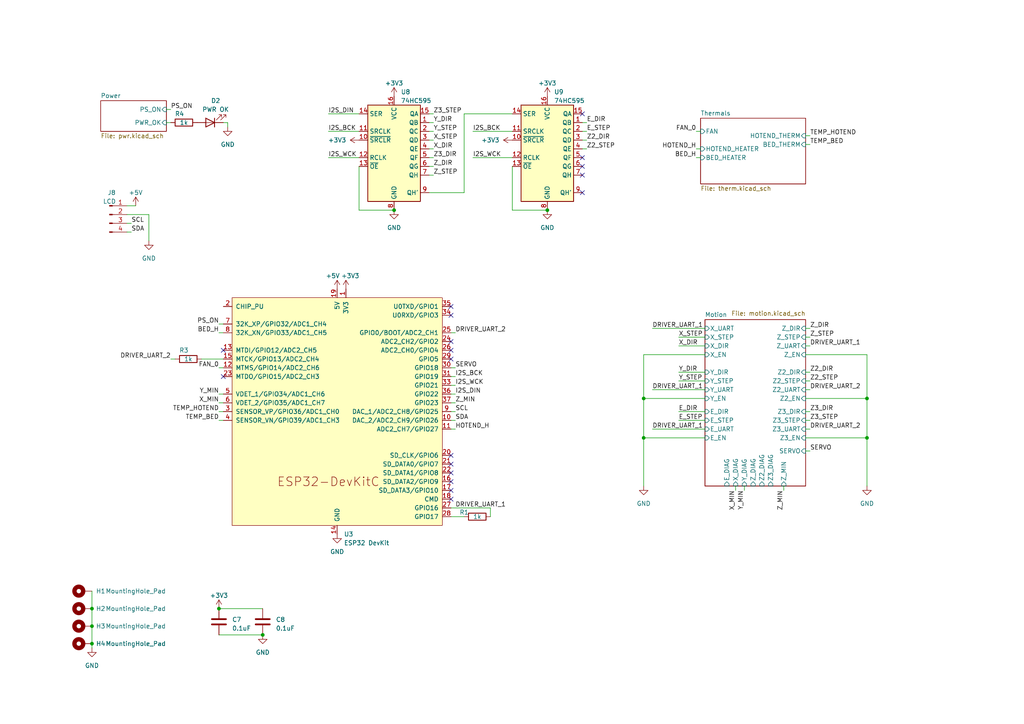
<source format=kicad_sch>
(kicad_sch (version 20230409) (generator eeschema)
  (paper "A4")
  (title_block (title "Chess Bot Printer Controller (ChessPrinter)") (rev "v0.1") (company "EIG - NUS High") (comment 1 "By Vincent Kwok"))
  (lib_symbols
    (symbol "74xx:74HC595"
      (property "Reference" "U" (at -7.62 13.97 0))
      (property "Value" "74HC595" (at -7.62 -16.51 0))
      (symbol "74HC595_1_0"
        (pin tri_state line (at 10.16 7.62 180) (length 2.54) (name "QB") (number "1"))
        (pin input line (at -10.16 2.54 0) (length 2.54) (name "~{SRCLR}") (number "10"))
        (pin input line (at -10.16 5.08 0) (length 2.54) (name "SRCLK") (number "11"))
        (pin input line (at -10.16 -2.54 0) (length 2.54) (name "RCLK") (number "12"))
        (pin input line (at -10.16 -5.08 0) (length 2.54) (name "~{OE}") (number "13"))
        (pin input line (at -10.16 10.16 0) (length 2.54) (name "SER") (number "14"))
        (pin tri_state line (at 10.16 10.16 180) (length 2.54) (name "QA") (number "15"))
        (pin power_in line (at 0 15.24 270) (length 2.54) (name "VCC") (number "16"))
        (pin tri_state line (at 10.16 5.08 180) (length 2.54) (name "QC") (number "2"))
        (pin tri_state line (at 10.16 2.54 180) (length 2.54) (name "QD") (number "3"))
        (pin tri_state line (at 10.16 0 180) (length 2.54) (name "QE") (number "4"))
        (pin tri_state line (at 10.16 -2.54 180) (length 2.54) (name "QF") (number "5"))
        (pin tri_state line (at 10.16 -5.08 180) (length 2.54) (name "QG") (number "6"))
        (pin tri_state line (at 10.16 -7.62 180) (length 2.54) (name "QH") (number "7"))
        (pin power_in line (at 0 -17.78 90) (length 2.54) (name "GND") (number "8"))
        (pin output line (at 10.16 -12.7 180) (length 2.54) (name "QH'") (number "9"))
      )
      (symbol "74HC595_1_1"
        (rectangle (start -7.62 12.7) (end 7.62 -15.24) (stroke (width 0.254)) (fill (type background)))
      )
    )
    (symbol "Connector:Conn_01x04_Pin" (pin_names (offset 1.016) hide)
      (property "Reference" "J" (at 0 5.08 0))
      (property "Value" "Conn_01x04_Pin" (at 0 -7.62 0))
      (symbol "Conn_01x04_Pin_1_1"
        (polyline (pts (xy 1.27 -5.08) (xy 0.8636 -5.08)) (stroke (width 0.1524)))
        (polyline (pts (xy 1.27 -2.54) (xy 0.8636 -2.54)) (stroke (width 0.1524)))
        (polyline (pts (xy 1.27 0) (xy 0.8636 0)) (stroke (width 0.1524)))
        (polyline (pts (xy 1.27 2.54) (xy 0.8636 2.54)) (stroke (width 0.1524)))
        (rectangle (start 0.8636 -4.953) (end 0 -5.207) (stroke (width 0.1524)) (fill (type outline)))
        (rectangle (start 0.8636 -2.413) (end 0 -2.667) (stroke (width 0.1524)) (fill (type outline)))
        (rectangle (start 0.8636 0.127) (end 0 -0.127) (stroke (width 0.1524)) (fill (type outline)))
        (rectangle (start 0.8636 2.667) (end 0 2.413) (stroke (width 0.1524)) (fill (type outline)))
        (pin passive line (at 5.08 2.54 180) (length 3.81) (name "Pin_1") (number "1"))
        (pin passive line (at 5.08 0 180) (length 3.81) (name "Pin_2") (number "2"))
        (pin passive line (at 5.08 -2.54 180) (length 3.81) (name "Pin_3") (number "3"))
        (pin passive line (at 5.08 -5.08 180) (length 3.81) (name "Pin_4") (number "4"))
      )
    )
    (symbol "Device:C" (pin_numbers hide) (pin_names (offset 0.254))
      (property "Reference" "C" (at 0.635 2.54 0))
      (property "Value" "C" (at 0.635 -2.54 0))
      (symbol "C_0_1"
        (polyline (pts (xy -2.032 -0.762) (xy 2.032 -0.762)) (stroke (width 0.508)))
        (polyline (pts (xy -2.032 0.762) (xy 2.032 0.762)) (stroke (width 0.508)))
      )
      (symbol "C_1_1"
        (pin passive line (at 0 3.81 270) (length 2.794) (name "~") (number "1"))
        (pin passive line (at 0 -3.81 90) (length 2.794) (name "~") (number "2"))
      )
    )
    (symbol "Device:LED" (pin_numbers hide) (pin_names (offset 1.016) hide)
      (property "Reference" "D" (at 0 2.54 0))
      (property "Value" "LED" (at 0 -2.54 0))
      (symbol "LED_0_1"
        (polyline (pts (xy -1.27 -1.27) (xy -1.27 1.27)) (stroke (width 0.254)))
        (polyline (pts (xy -1.27 0) (xy 1.27 0)))
        (polyline (pts (xy 1.27 -1.27) (xy 1.27 1.27) (xy -1.27 0) (xy 1.27 -1.27)) (stroke (width 0.254)))
        (polyline (pts (xy -3.048 -0.762) (xy -4.572 -2.286) (xy -3.81 -2.286) (xy -4.572 -2.286) (xy -4.572 -1.524)))
        (polyline (pts (xy -1.778 -0.762) (xy -3.302 -2.286) (xy -2.54 -2.286) (xy -3.302 -2.286) (xy -3.302 -1.524)))
      )
      (symbol "LED_1_1"
        (pin passive line (at -3.81 0 0) (length 2.54) (name "K") (number "1"))
        (pin passive line (at 3.81 0 180) (length 2.54) (name "A") (number "2"))
      )
    )
    (symbol "Device:R" (pin_numbers hide) (pin_names (offset 0))
      (property "Reference" "R" (at 2.032 0 90))
      (property "Value" "R" (at 0 0 90))
      (symbol "R_0_1"
        (rectangle (start -1.016 -2.54) (end 1.016 2.54) (stroke (width 0.254)))
      )
      (symbol "R_1_1"
        (pin passive line (at 0 3.81 270) (length 1.27) (name "~") (number "1"))
        (pin passive line (at 0 -3.81 90) (length 1.27) (name "~") (number "2"))
      )
    )
    (symbol "Espressif:ESP32-DevKitC" (pin_names (offset 1.016))
      (property "Reference" "U" (at -30.48 38.1 0))
      (property "Value" "ESP32-DevKitC" (at -30.48 35.56 0))
      (symbol "ESP32-DevKitC_0_0"
        (text "ESP32-DevKitC" (at -2.54 -20.32 0) (effects (font (size 2.54 2.54))))
        (pin power_in line (at 0 -35.56 90) (length 2.54) (name "GND") (number "14"))
        (pin power_in line (at 0 35.56 270) (length 2.54) (name "5V") (number "19"))
      )
      (symbol "ESP32-DevKitC_0_1"
        (rectangle (start -30.48 33.02) (end 30.48 -33.02) (fill (type background)))
      )
      (symbol "ESP32-DevKitC_1_1"
        (pin power_in line (at 2.54 35.56 270) (length 2.54) (name "3V3") (number "1"))
        (pin bidirectional line (at 33.02 -2.54 180) (length 2.54) (name "DAC_2/ADC2_CH9/GPIO26") (number "10"))
        (pin bidirectional line (at 33.02 -5.08 180) (length 2.54) (name "ADC2_CH7/GPIO27") (number "11"))
        (pin bidirectional line (at -33.02 12.7 0) (length 2.54) (name "MTMS/GPIO14/ADC2_CH6") (number "12"))
        (pin bidirectional line (at -33.02 17.78 0) (length 2.54) (name "MTDI/GPIO12/ADC2_CH5") (number "13"))
        (pin bidirectional line (at -33.02 15.24 0) (length 2.54) (name "MTCK/GPIO13/ADC2_CH4") (number "15"))
        (pin bidirectional line (at 33.02 -20.32 180) (length 2.54) (name "SD_DATA2/GPIO9") (number "16"))
        (pin bidirectional line (at 33.02 -22.86 180) (length 2.54) (name "SD_DATA3/GPIO10") (number "17"))
        (pin bidirectional line (at 33.02 -25.4 180) (length 2.54) (name "CMD") (number "18"))
        (pin input line (at -33.02 30.48 0) (length 2.54) (name "CHIP_PU") (number "2"))
        (pin bidirectional line (at 33.02 -12.7 180) (length 2.54) (name "SD_CLK/GPIO6") (number "20"))
        (pin bidirectional line (at 33.02 -15.24 180) (length 2.54) (name "SD_DATA0/GPIO7") (number "21"))
        (pin bidirectional line (at 33.02 -17.78 180) (length 2.54) (name "SD_DATA1/GPIO8") (number "22"))
        (pin bidirectional line (at -33.02 10.16 0) (length 2.54) (name "MTDO/GPIO15/ADC2_CH3") (number "23"))
        (pin bidirectional line (at 33.02 20.32 180) (length 2.54) (name "ADC2_CH2/GPIO2") (number "24"))
        (pin bidirectional line (at 33.02 22.86 180) (length 2.54) (name "GPIO0/BOOT/ADC2_CH1") (number "25"))
        (pin bidirectional line (at 33.02 17.78 180) (length 2.54) (name "ADC2_CH0/GPIO4") (number "26"))
        (pin bidirectional line (at 33.02 -27.94 180) (length 2.54) (name "GPIO16") (number "27"))
        (pin bidirectional line (at 33.02 -30.48 180) (length 2.54) (name "GPIO17") (number "28"))
        (pin bidirectional line (at 33.02 15.24 180) (length 2.54) (name "GPIO5") (number "29"))
        (pin input line (at -33.02 0 0) (length 2.54) (name "SENSOR_VP/GPIO36/ADC1_CH0") (number "3"))
        (pin bidirectional line (at 33.02 12.7 180) (length 2.54) (name "GPIO18") (number "30"))
        (pin bidirectional line (at 33.02 10.16 180) (length 2.54) (name "GPIO19") (number "31"))
        (pin passive line (at 0 -35.56 90) (length 2.54) hide (name "GND") (number "32"))
        (pin bidirectional line (at 33.02 7.62 180) (length 2.54) (name "GPIO21") (number "33"))
        (pin bidirectional line (at 33.02 27.94 180) (length 2.54) (name "U0RXD/GPIO3") (number "34"))
        (pin bidirectional line (at 33.02 30.48 180) (length 2.54) (name "U0TXD/GPIO1") (number "35"))
        (pin bidirectional line (at 33.02 5.08 180) (length 2.54) (name "GPIO22") (number "36"))
        (pin bidirectional line (at 33.02 2.54 180) (length 2.54) (name "GPIO23") (number "37"))
        (pin passive line (at 0 -35.56 90) (length 2.54) hide (name "GND") (number "38"))
        (pin input line (at -33.02 -2.54 0) (length 2.54) (name "SENSOR_VN/GPIO39/ADC1_CH3") (number "4"))
        (pin input line (at -33.02 5.08 0) (length 2.54) (name "VDET_1/GPIO34/ADC1_CH6") (number "5"))
        (pin input line (at -33.02 2.54 0) (length 2.54) (name "VDET_2/GPIO35/ADC1_CH7") (number "6"))
        (pin bidirectional line (at -33.02 25.4 0) (length 2.54) (name "32K_XP/GPIO32/ADC1_CH4") (number "7"))
        (pin bidirectional line (at -33.02 22.86 0) (length 2.54) (name "32K_XN/GPIO33/ADC1_CH5") (number "8"))
        (pin bidirectional line (at 33.02 0 180) (length 2.54) (name "DAC_1/ADC2_CH8/GPIO25") (number "9"))
      )
    )
    (symbol "Mechanical:MountingHole_Pad" (pin_numbers hide) (pin_names (offset 1.016) hide)
      (property "Reference" "H" (at 0 6.35 0))
      (property "Value" "MountingHole_Pad" (at 0 4.445 0))
      (symbol "MountingHole_Pad_0_1"
        (circle (center 0 1.27) (radius 1.27) (stroke (width 1.27)))
      )
      (symbol "MountingHole_Pad_1_1"
        (pin input line (at 0 -2.54 90) (length 2.54) (name "1") (number "1"))
      )
    )
    (symbol "power:+3V3" (power) (pin_names (offset 0))
      (property "Value" "+3V3" (at 0 3.556 0))
      (symbol "+3V3_0_1"
        (polyline (pts (xy -0.762 1.27) (xy 0 2.54)))
        (polyline (pts (xy 0 0) (xy 0 2.54)))
        (polyline (pts (xy 0 2.54) (xy 0.762 1.27)))
      )
      (symbol "+3V3_1_1"
        (pin power_in line (at 0 0 90) (length 0) hide (name "+3V3") (number "1"))
      )
    )
    (symbol "power:+5V" (power) (pin_names (offset 0))
      (property "Value" "+5V" (at 0 3.556 0))
      (symbol "+5V_0_1"
        (polyline (pts (xy -0.762 1.27) (xy 0 2.54)))
        (polyline (pts (xy 0 0) (xy 0 2.54)))
        (polyline (pts (xy 0 2.54) (xy 0.762 1.27)))
      )
      (symbol "+5V_1_1"
        (pin power_in line (at 0 0 90) (length 0) hide (name "+5V") (number "1"))
      )
    )
    (symbol "power:GND" (power) (pin_names (offset 0))
      (property "Value" "GND" (at 0 -3.81 0))
      (symbol "GND_0_1"
        (polyline (pts (xy 0 0) (xy 0 -1.27) (xy 1.27 -1.27) (xy 0 -2.54) (xy -1.27 -1.27) (xy 0 -1.27)))
      )
      (symbol "GND_1_1"
        (pin power_in line (at 0 0 270) (length 0) hide (name "GND") (number "1"))
      )
    )
  )
  (junction (at 251.46 115.57))
  (junction (at 186.69 127))
  (junction (at 26.67 181.61))
  (junction (at 63.5 176.53))
  (junction (at 26.67 186.69))
  (junction (at 251.46 127))
  (junction (at 76.2 184.15))
  (junction (at 26.67 176.53))
  (junction (at 114.3 60.96))
  (junction (at 158.75 60.96))
  (junction (at 186.69 115.57))
  (no_connect (at 130.81 142.24))
  (no_connect (at 130.81 137.16))
  (no_connect (at 130.81 88.9))
  (no_connect (at 130.81 132.08))
  (no_connect (at 168.91 50.8))
  (no_connect (at 130.81 101.6))
  (no_connect (at 130.81 104.14))
  (no_connect (at 64.77 101.6))
  (no_connect (at 130.81 99.06))
  (no_connect (at 130.81 134.62))
  (no_connect (at 168.91 55.88))
  (no_connect (at 130.81 139.7))
  (no_connect (at 130.81 91.44))
  (no_connect (at 168.91 33.02))
  (no_connect (at 64.77 109.22))
  (no_connect (at 168.91 45.72))
  (no_connect (at 168.91 48.26))
  (no_connect (at 130.81 144.78))
  (wire (pts (xy 170.18 43.18) (xy 168.91 43.18)))
  (wire (pts (xy 39.37 59.69) (xy 36.83 59.69)))
  (wire (pts (xy 196.85 121.92) (xy 204.47 121.92)))
  (wire (pts (xy 134.62 33.02) (xy 134.62 55.88)))
  (wire (pts (xy 186.69 127) (xy 204.47 127)))
  (wire (pts (xy 215.9 140.97) (xy 215.9 142.24)))
  (wire (pts (xy 130.81 116.84) (xy 132.08 116.84)))
  (wire (pts (xy 26.67 171.45) (xy 26.67 176.53)))
  (wire (pts (xy 63.5 106.68) (xy 64.77 106.68)))
  (wire (pts (xy 201.93 45.72) (xy 203.2 45.72)))
  (wire (pts (xy 132.08 109.22) (xy 130.81 109.22)))
  (wire (pts (xy 204.47 113.03) (xy 189.23 113.03)))
  (wire (pts (xy 63.5 176.53) (xy 76.2 176.53)))
  (wire (pts (xy 26.67 176.53) (xy 26.67 181.61)))
  (wire (pts (xy 196.85 107.95) (xy 204.47 107.95)))
  (wire (pts (xy 66.04 35.56) (xy 66.04 36.83)))
  (wire (pts (xy 43.18 69.85) (xy 43.18 62.23)))
  (wire (pts (xy 134.62 33.02) (xy 148.59 33.02)))
  (wire (pts (xy 130.81 147.32) (xy 142.24 147.32)))
  (wire (pts (xy 125.73 33.02) (xy 124.46 33.02)))
  (wire (pts (xy 233.68 41.91) (xy 234.95 41.91)))
  (wire (pts (xy 204.47 119.38) (xy 196.85 119.38)))
  (wire (pts (xy 170.18 40.64) (xy 168.91 40.64)))
  (wire (pts (xy 48.26 31.75) (xy 49.53 31.75)))
  (wire (pts (xy 233.68 100.33) (xy 234.95 100.33)))
  (wire (pts (xy 189.23 95.25) (xy 204.47 95.25)))
  (wire (pts (xy 104.14 60.96) (xy 104.14 48.26)))
  (wire (pts (xy 63.5 184.15) (xy 76.2 184.15)))
  (wire (pts (xy 63.5 96.52) (xy 64.77 96.52)))
  (wire (pts (xy 186.69 115.57) (xy 204.47 115.57)))
  (wire (pts (xy 132.08 96.52) (xy 130.81 96.52)))
  (wire (pts (xy 63.5 119.38) (xy 64.77 119.38)))
  (wire (pts (xy 132.08 124.46) (xy 130.81 124.46)))
  (wire (pts (xy 95.25 38.1) (xy 104.14 38.1)))
  (wire (pts (xy 95.25 45.72) (xy 104.14 45.72)))
  (wire (pts (xy 38.1 64.77) (xy 36.83 64.77)))
  (wire (pts (xy 95.25 33.02) (xy 104.14 33.02)))
  (wire (pts (xy 49.53 104.14) (xy 50.8 104.14)))
  (wire (pts (xy 137.16 38.1) (xy 148.59 38.1)))
  (wire (pts (xy 233.68 95.25) (xy 234.95 95.25)))
  (wire (pts (xy 132.08 106.68) (xy 130.81 106.68)))
  (wire (pts (xy 63.5 116.84) (xy 64.77 116.84)))
  (wire (pts (xy 26.67 181.61) (xy 26.67 186.69)))
  (wire (pts (xy 134.62 149.86) (xy 130.81 149.86)))
  (wire (pts (xy 196.85 100.33) (xy 204.47 100.33)))
  (wire (pts (xy 148.59 48.26) (xy 148.59 60.96)))
  (wire (pts (xy 186.69 127) (xy 186.69 140.97)))
  (wire (pts (xy 233.68 119.38) (xy 234.95 119.38)))
  (wire (pts (xy 48.26 35.56) (xy 49.53 35.56)))
  (wire (pts (xy 233.68 130.81) (xy 234.95 130.81)))
  (wire (pts (xy 137.16 45.72) (xy 148.59 45.72)))
  (wire (pts (xy 132.08 119.38) (xy 130.81 119.38)))
  (wire (pts (xy 189.23 124.46) (xy 204.47 124.46)))
  (wire (pts (xy 142.24 147.32) (xy 142.24 149.86)))
  (wire (pts (xy 148.59 60.96) (xy 158.75 60.96)))
  (wire (pts (xy 66.04 35.56) (xy 64.77 35.56)))
  (wire (pts (xy 132.08 114.3) (xy 130.81 114.3)))
  (wire (pts (xy 196.85 110.49) (xy 204.47 110.49)))
  (wire (pts (xy 170.18 38.1) (xy 168.91 38.1)))
  (wire (pts (xy 125.73 35.56) (xy 124.46 35.56)))
  (wire (pts (xy 233.68 102.87) (xy 251.46 102.87)))
  (wire (pts (xy 63.5 114.3) (xy 64.77 114.3)))
  (wire (pts (xy 43.18 62.23) (xy 36.83 62.23)))
  (wire (pts (xy 132.08 121.92) (xy 130.81 121.92)))
  (wire (pts (xy 134.62 55.88) (xy 124.46 55.88)))
  (wire (pts (xy 38.1 67.31) (xy 36.83 67.31)))
  (wire (pts (xy 227.33 140.97) (xy 227.33 142.24)))
  (wire (pts (xy 125.73 50.8) (xy 124.46 50.8)))
  (wire (pts (xy 233.68 124.46) (xy 234.95 124.46)))
  (wire (pts (xy 196.85 97.79) (xy 204.47 97.79)))
  (wire (pts (xy 125.73 45.72) (xy 124.46 45.72)))
  (wire (pts (xy 104.14 60.96) (xy 114.3 60.96)))
  (wire (pts (xy 233.68 39.37) (xy 234.95 39.37)))
  (wire (pts (xy 201.93 38.1) (xy 203.2 38.1)))
  (wire (pts (xy 186.69 115.57) (xy 186.69 127)))
  (wire (pts (xy 233.68 127) (xy 251.46 127)))
  (wire (pts (xy 233.68 115.57) (xy 251.46 115.57)))
  (wire (pts (xy 170.18 35.56) (xy 168.91 35.56)))
  (wire (pts (xy 186.69 102.87) (xy 186.69 115.57)))
  (wire (pts (xy 125.73 38.1) (xy 124.46 38.1)))
  (wire (pts (xy 233.68 107.95) (xy 234.95 107.95)))
  (wire (pts (xy 125.73 48.26) (xy 124.46 48.26)))
  (wire (pts (xy 233.68 121.92) (xy 234.95 121.92)))
  (wire (pts (xy 201.93 43.18) (xy 203.2 43.18)))
  (wire (pts (xy 204.47 102.87) (xy 186.69 102.87)))
  (wire (pts (xy 251.46 102.87) (xy 251.46 115.57)))
  (wire (pts (xy 26.67 187.96) (xy 26.67 186.69)))
  (wire (pts (xy 58.42 104.14) (xy 64.77 104.14)))
  (wire (pts (xy 251.46 127) (xy 251.46 140.97)))
  (wire (pts (xy 251.46 115.57) (xy 251.46 127)))
  (wire (pts (xy 233.68 110.49) (xy 234.95 110.49)))
  (wire (pts (xy 63.5 121.92) (xy 64.77 121.92)))
  (wire (pts (xy 125.73 43.18) (xy 124.46 43.18)))
  (wire (pts (xy 130.81 111.76) (xy 132.08 111.76)))
  (wire (pts (xy 125.73 40.64) (xy 124.46 40.64)))
  (wire (pts (xy 233.68 113.03) (xy 234.95 113.03)))
  (wire (pts (xy 63.5 93.98) (xy 64.77 93.98)))
  (wire (pts (xy 233.68 97.79) (xy 234.95 97.79)))
  (wire (pts (xy 213.36 140.97) (xy 213.36 142.24)))
  (label "Z3_DIR" (at 125.73 45.72 0))
  (label "BED_H" (at 201.93 45.72 180))
  (label "Z_MIN" (at 132.08 116.84 0))
  (label "I2S_WCK" (at 95.25 45.72 0))
  (label "E_DIR" (at 170.18 35.56 0))
  (label "Y_STEP" (at 196.85 110.49 0))
  (label "E_STEP" (at 196.85 121.92 0))
  (label "TEMP_BED" (at 63.5 121.92 180))
  (label "SDA" (at 132.08 121.92 0))
  (label "SCL" (at 132.08 119.38 0))
  (label "FAN_0" (at 201.93 38.1 180))
  (label "I2S_BCK" (at 137.16 38.1 0))
  (label "Z_STEP" (at 125.73 50.8 0))
  (label "PS_ON" (at 63.5 93.98 180))
  (label "DRIVER_UART_2" (at 49.53 104.14 180))
  (label "I2S_BCK" (at 132.08 109.22 0))
  (label "X_DIR" (at 125.73 43.18 0))
  (label "Y_DIR" (at 125.73 35.56 0))
  (label "E_STEP" (at 170.18 38.1 0))
  (label "TEMP_HOTEND" (at 234.95 39.37 0))
  (label "Y_MIN" (at 215.9 142.24 270))
  (label "HOTEND_H" (at 201.93 43.18 180))
  (label "SERVO" (at 234.95 130.81 0))
  (label "X_DIR" (at 196.85 100.33 0))
  (label "DRIVER_UART_1" (at 132.08 147.32 0))
  (label "Z_DIR" (at 234.95 95.25 0))
  (label "DRIVER_UART_1" (at 189.23 95.25 0))
  (label "Z3_STEP" (at 125.73 33.02 0))
  (label "I2S_DIN" (at 132.08 114.3 0))
  (label "X_STEP" (at 196.85 97.79 0))
  (label "HOTEND_H" (at 132.08 124.46 0))
  (label "DRIVER_UART_2" (at 234.95 113.03 0))
  (label "Y_STEP" (at 125.73 38.1 0))
  (label "X_MIN" (at 63.5 116.84 180))
  (label "I2S_WCK" (at 137.16 45.72 0))
  (label "Z2_DIR" (at 170.18 40.64 0))
  (label "PS_ON" (at 49.53 31.75 0))
  (label "DRIVER_UART_1" (at 189.23 113.03 0))
  (label "Y_DIR" (at 196.85 107.95 0))
  (label "SERVO" (at 132.08 106.68 0))
  (label "DRIVER_UART_2" (at 234.95 124.46 0))
  (label "SDA" (at 38.1 67.31 0))
  (label "Z_DIR" (at 125.73 48.26 0))
  (label "SCL" (at 38.1 64.77 0))
  (label "Y_MIN" (at 63.5 114.3 180))
  (label "DRIVER_UART_1" (at 234.95 100.33 0))
  (label "Z2_STEP" (at 170.18 43.18 0))
  (label "E_DIR" (at 196.85 119.38 0))
  (label "TEMP_HOTEND" (at 63.5 119.38 180))
  (label "TEMP_BED" (at 234.95 41.91 0))
  (label "Z_MIN" (at 227.33 142.24 270))
  (label "I2S_DIN" (at 95.25 33.02 0))
  (label "DRIVER_UART_1" (at 189.23 124.46 0))
  (label "Z_STEP" (at 234.95 97.79 0))
  (label "X_MIN" (at 213.36 142.24 270))
  (label "I2S_BCK" (at 95.25 38.1 0))
  (label "X_STEP" (at 125.73 40.64 0))
  (label "I2S_WCK" (at 132.08 111.76 0))
  (label "DRIVER_UART_2" (at 132.08 96.52 0))
  (label "BED_H" (at 63.5 96.52 180))
  (label "Z3_STEP" (at 234.95 121.92 0))
  (label "Z2_STEP" (at 234.95 110.49 0))
  (label "FAN_0" (at 63.5 106.68 180))
  (label "Z2_DIR" (at 234.95 107.95 0))
  (label "Z3_DIR" (at 234.95 119.38 0))
  (symbol (lib_id "Device:R") (at 54.61 104.14 270) (unit 1)
    (property "Reference" "R3" (at 53.34 101.6 90))
    (property "Value" "1k" (at 54.61 104.14 90))
    (property "Footprint" "Resistor_THT:R_Axial_DIN0207_L6.3mm_D2.5mm_P7.62mm_Horizontal" (effects hide))
  )
  (symbol (lib_id "power:GND") (at 97.79 154.94 0) (unit 1)
    (property "Reference" "#PWR08" (effects hide))
    (property "Value" "GND" (at 97.79 160.02 0))
  )
  (symbol (lib_id "Device:R") (at 53.34 35.56 90) (unit 1)
    (property "Reference" "R4" (at 52.07 33.02 90))
    (property "Value" "1k" (at 53.34 35.56 90))
    (property "Footprint" "Resistor_THT:R_Axial_DIN0207_L6.3mm_D2.5mm_P2.54mm_Vertical" (effects hide))
  )
  (symbol (lib_id "power:+3V3") (at 63.5 176.53 0) (unit 1)
    (property "Reference" "#PWR053" (effects hide))
    (property "Value" "+3V3" (at 63.5 172.72 0))
  )
  (symbol (lib_id "Device:R") (at 138.43 149.86 90) (unit 1)
    (property "Reference" "R1" (at 134.62 148.59 90))
    (property "Value" "1k" (at 138.43 149.86 90))
    (property "Footprint" "Resistor_THT:R_Axial_DIN0207_L6.3mm_D2.5mm_P7.62mm_Horizontal" (effects hide))
  )
  (symbol (lib_id "power:GND") (at 66.04 36.83 0) (unit 1)
    (property "Reference" "#PWR023" (effects hide))
    (property "Value" "GND" (at 66.04 41.91 0))
  )
  (symbol (lib_id "power:+3V3") (at 100.33 83.82 0) (unit 1)
    (property "Reference" "#PWR013" (effects hide))
    (property "Value" "+3V3" (at 101.6 80.01 0))
  )
  (symbol (lib_id "Espressif:ESP32-DevKitC") (at 97.79 119.38 0) (unit 1)
    (property "Reference" "U3" (at 99.7459 154.94 0) (effects (justify left)))
    (property "Value" "ESP32 DevKit" (at 99.7459 157.48 0) (effects (justify left)))
    (property "Footprint" "Espressif:ESP32-DevKitC" (effects hide))
    (property "Datasheet" "https://docs.espressif.com/projects/esp-idf/zh_CN/latest/esp32/hw-reference/esp32/get-started-devkitc.html" (effects hide))
  )
  (symbol (lib_id "power:+3V3") (at 158.75 27.94 0) (unit 1)
    (property "Reference" "#PWR050" (effects hide))
    (property "Value" "+3V3" (at 158.75 24.13 0))
  )
  (symbol (lib_id "power:GND") (at 43.18 69.85 0) (unit 1)
    (property "Reference" "#PWR058" (effects hide))
    (property "Value" "GND" (at 43.18 74.93 0))
  )
  (symbol (lib_id "power:GND") (at 26.67 187.96 0) (unit 1)
    (property "Reference" "#PWR035" (effects hide))
    (property "Value" "GND" (at 26.67 193.04 0))
  )
  (symbol (lib_id "Device:C") (at 76.2 180.34 0) (unit 1)
    (property "Reference" "C8" (at 80.01 179.705 0) (effects (justify left)))
    (property "Value" "0.1uF" (at 80.01 182.245 0) (effects (justify left)))
    (property "Footprint" "Capacitor_THT:C_Disc_D3.4mm_W2.1mm_P2.50mm" (effects hide))
  )
  (symbol (lib_id "Device:C") (at 63.5 180.34 0) (unit 1)
    (property "Reference" "C7" (at 67.31 179.705 0) (effects (justify left)))
    (property "Value" "0.1uF" (at 67.31 182.245 0) (effects (justify left)))
    (property "Footprint" "Capacitor_THT:C_Disc_D3.4mm_W2.1mm_P2.50mm" (effects hide))
  )
  (symbol (lib_id "Mechanical:MountingHole_Pad") (at 24.13 186.69 90) (unit 1)
    (property "Reference" "H4" (at 29.21 186.69 90))
    (property "Value" "MountingHole_Pad" (at 39.37 186.69 90))
    (property "Footprint" "MountingHole:MountingHole_3.2mm_M3_Pad_Via" (effects hide))
  )
  (symbol (lib_id "power:+3V3") (at 114.3 27.94 0) (unit 1)
    (property "Reference" "#PWR047" (effects hide))
    (property "Value" "+3V3" (at 114.3 24.13 0))
  )
  (symbol (lib_id "74xx:74HC595") (at 158.75 43.18 0) (unit 1)
    (property "Reference" "U9" (at 160.7059 26.67 0) (effects (justify left)))
    (property "Value" "74HC595" (at 160.7059 29.21 0) (effects (justify left)))
    (property "Footprint" "Package_DIP:DIP-16_W7.62mm_Socket" (effects hide))
    (property "Datasheet" "http://www.ti.com/lit/ds/symlink/sn74hc595.pdf" (effects hide))
  )
  (symbol (lib_id "power:+3V3") (at 104.14 40.64 90) (unit 1)
    (property "Reference" "#PWR048" (effects hide))
    (property "Value" "+3V3" (at 97.79 40.64 90))
  )
  (symbol (lib_id "74xx:74HC595") (at 114.3 43.18 0) (unit 1)
    (property "Reference" "U8" (at 116.2559 26.67 0) (effects (justify left)))
    (property "Value" "74HC595" (at 116.2559 29.21 0) (effects (justify left)))
    (property "Footprint" "Package_DIP:DIP-16_W7.62mm_Socket" (effects hide))
    (property "Datasheet" "http://www.ti.com/lit/ds/symlink/sn74hc595.pdf" (effects hide))
  )
  (symbol (lib_id "power:GND") (at 186.69 140.97 0) (unit 1)
    (property "Reference" "#PWR09" (effects hide))
    (property "Value" "GND" (at 186.69 146.05 0))
  )
  (symbol (lib_id "Mechanical:MountingHole_Pad") (at 24.13 176.53 90) (unit 1)
    (property "Reference" "H2" (at 29.21 176.53 90))
    (property "Value" "MountingHole_Pad" (at 39.37 176.53 90))
    (property "Footprint" "MountingHole:MountingHole_3.2mm_M3_Pad_Via" (effects hide))
  )
  (symbol (lib_id "power:GND") (at 114.3 60.96 0) (unit 1)
    (property "Reference" "#PWR011" (effects hide))
    (property "Value" "GND" (at 114.3 66.04 0))
  )
  (symbol (lib_id "Mechanical:MountingHole_Pad") (at 24.13 171.45 90) (unit 1)
    (property "Reference" "H1" (at 29.21 171.45 90))
    (property "Value" "MountingHole_Pad" (at 39.37 171.45 90))
    (property "Footprint" "MountingHole:MountingHole_3.2mm_M3_Pad_Via" (effects hide))
  )
  (symbol (lib_id "power:GND") (at 76.2 184.15 0) (unit 1)
    (property "Reference" "#PWR054" (effects hide))
    (property "Value" "GND" (at 76.2 189.23 0))
  )
  (symbol (lib_id "Connector:Conn_01x04_Pin") (at 31.75 62.23 0) (unit 1)
    (property "Reference" "J8" (at 32.385 55.88 0))
    (property "Value" "LCD" (at 31.75 58.42 0))
    (property "Footprint" "Connector_PinHeader_2.54mm:PinHeader_1x04_P2.54mm_Vertical" (effects hide))
  )
  (symbol (lib_id "Mechanical:MountingHole_Pad") (at 24.13 181.61 90) (unit 1)
    (property "Reference" "H3" (at 29.21 181.61 90))
    (property "Value" "MountingHole_Pad" (at 39.37 181.61 90))
    (property "Footprint" "MountingHole:MountingHole_3.2mm_M3_Pad_Via" (effects hide))
  )
  (symbol (lib_id "power:+5V") (at 97.79 83.82 0) (unit 1)
    (property "Reference" "#PWR024" (effects hide))
    (property "Value" "+5V" (at 96.52 80.01 0))
  )
  (symbol (lib_id "power:+3V3") (at 148.59 40.64 90) (unit 1)
    (property "Reference" "#PWR049" (effects hide))
    (property "Value" "+3V3" (at 142.24 40.64 90))
  )
  (symbol (lib_id "power:+5V") (at 39.37 59.69 0) (unit 1)
    (property "Reference" "#PWR057" (effects hide))
    (property "Value" "+5V" (at 39.37 55.88 0))
  )
  (symbol (lib_id "Device:LED") (at 60.96 35.56 180) (unit 1)
    (property "Reference" "D2" (at 62.5475 29.21 0))
    (property "Value" "PWR OK" (at 62.5475 31.75 0))
    (property "Footprint" "LED_THT:LED_D4.0mm" (effects hide))
  )
  (symbol (lib_id "power:GND") (at 251.46 140.97 0) (unit 1)
    (property "Reference" "#PWR018" (effects hide))
    (property "Value" "GND" (at 251.46 146.05 0))
  )
  (symbol (lib_id "power:GND") (at 158.75 60.96 0) (unit 1)
    (property "Reference" "#PWR051" (effects hide))
    (property "Value" "GND" (at 158.75 66.04 0))
  )
  (sheet (at 203.2 34.29) (size 30.48 19.05) (stroke (width 0.1524))
    (property "Sheetname" "Thermals" (at 203.2 33.5784 0) (effects (justify left bottom)))
    (property "Sheetfile" "therm.kicad_sch" (at 203.2 53.9246 0) (effects (justify left top)))
    (pin "FAN" input (at 203.2 38.1 180))
    (pin "HOTEND_THERM" input (at 233.68 39.37 0))
    (pin "BED_THERM" input (at 233.68 41.91 0))
    (pin "HOTEND_HEATER" input (at 203.2 43.18 180))
    (pin "BED_HEATER" input (at 203.2 45.72 180))
  )
  (sheet (at 204.47 92.71) (size 29.21 48.26) (stroke (width 0.1524))
    (property "Sheetname" "Motion" (at 204.47 91.9984 0) (effects (justify left bottom)))
    (property "Sheetfile" "motion.kicad_sch" (at 212.09 90.17 0) (effects (justify left top)))
    (pin "X_UART" input (at 204.47 95.25 180))
    (pin "X_STEP" input (at 204.47 97.79 180))
    (pin "X_EN" input (at 204.47 102.87 180))
    (pin "X_DIR" input (at 204.47 100.33 180))
    (pin "Y_DIR" input (at 204.47 107.95 180))
    (pin "Y_STEP" input (at 204.47 110.49 180))
    (pin "Y_UART" input (at 204.47 113.03 180))
    (pin "Y_EN" input (at 204.47 115.57 180))
    (pin "X_DIAG" input (at 213.36 140.97 270))
    (pin "Y_DIAG" input (at 215.9 140.97 270))
    (pin "Z_UART" input (at 233.68 100.33 0))
    (pin "Z_EN" input (at 233.68 102.87 0))
    (pin "Z_DIR" input (at 233.68 95.25 0))
    (pin "Z_STEP" input (at 233.68 97.79 0))
    (pin "Z_DIAG" input (at 218.44 140.97 270))
    (pin "E_EN" input (at 204.47 127 180))
    (pin "E_DIR" input (at 204.47 119.38 180))
    (pin "E_STEP" input (at 204.47 121.92 180))
    (pin "E_UART" input (at 204.47 124.46 180))
    (pin "E_DIAG" input (at 210.82 140.97 270))
    (pin "Z2_DIAG" input (at 220.98 140.97 270))
    (pin "Z2_STEP" input (at 233.68 110.49 0))
    (pin "Z2_UART" input (at 233.68 113.03 0))
    (pin "Z2_EN" input (at 233.68 115.57 0))
    (pin "Z2_DIR" input (at 233.68 107.95 0))
    (pin "Z3_DIAG" input (at 223.52 140.97 270))
    (pin "Z3_UART" input (at 233.68 124.46 0))
    (pin "Z3_STEP" input (at 233.68 121.92 0))
    (pin "Z3_DIR" input (at 233.68 119.38 0))
    (pin "Z3_EN" input (at 233.68 127 0))
    (pin "Z_MIN" input (at 227.33 140.97 270))
    (pin "SERVO" input (at 233.68 130.81 0))
  )
  (sheet (at 29.21 29.21) (size 19.05 8.89) (stroke (width 0.1524))
    (property "Sheetname" "Power" (at 29.21 28.4984 0) (effects (justify left bottom)))
    (property "Sheetfile" "pwr.kicad_sch" (at 29.21 38.6846 0) (effects (justify left top)))
    (pin "PS_ON" input (at 48.26 31.75 0))
    (pin "PWR_OK" input (at 48.26 35.56 0))
  )
)
</source>
